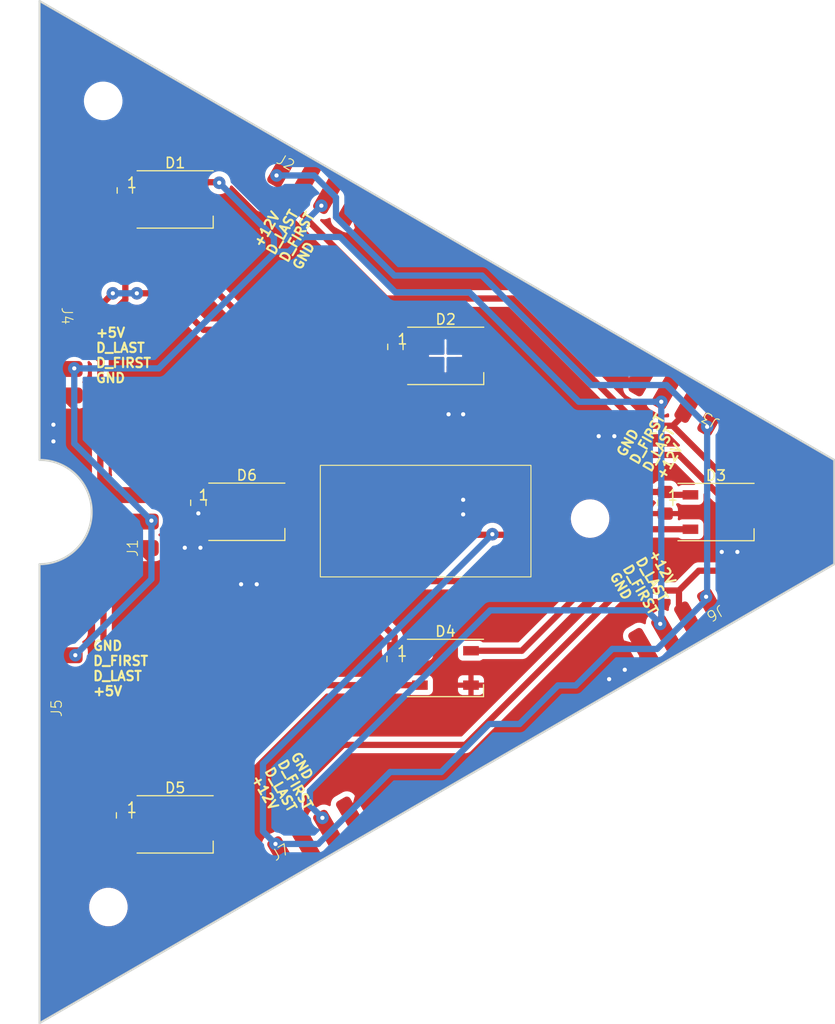
<source format=kicad_pcb>
(kicad_pcb (version 20221018) (generator pcbnew)
  (layers (0 "F.Cu" signal) (31 "B.Cu" signal) (34 "B.Paste" user) (35 "F.Paste" user) (36 "B.SilkS" user "B.Silkscreen") (37 "F.SilkS" user "F.Silkscreen") (38 "B.Mask" user) (39 "F.Mask" user) (44 "Edge.Cuts" user))
  (net 0 "")
  (net 1 "+5V")
  (net 2 "GND")
  (net 3 "+12V")
  (net 5 "/D_12")
  (net 6 "/D_FIRST")
  (net 7 "/D_23")
  (net 8 "/D_34")
  (net 9 "/D_45")
  (net 10 "/D_LAST")
  (net 11 "/D_56")
  (footprint "--local:4_pin_solder_pad" (layer "F.Cu") (at 71.4 98.83 90)
    (fp_text reference "J1" (at 0 -0.5 90 unlocked) (layer "F.SilkS") (effects (font (thickness 0.1))))
    (fp_text value "Conn_EXT")
    (pad "1" smd roundrect (at 0 0 180) (size 4 1.524) (layers "F.Cu" "F.Paste" "F.Mask") (net 2 "GND"))
    (pad "2" smd roundrect (at 2.54 0 180) (size 4 1.524) (layers "F.Cu" "F.Paste" "F.Mask") (net 6 "/D_FIRST"))
    (pad "3" smd roundrect (at 5.08 0 180) (size 4 1.524) (layers "F.Cu" "F.Paste" "F.Mask") (net 10 "/D_LAST"))
    (pad "4" smd roundrect (at 7.62 0 180) (size 4 1.524) (layers "F.Cu" "F.Paste" "F.Mask") (net 3 "+12V"))
  )
  (footprint "--local:5v buck" (layer "F.Cu") (at 109.1 90.895 -90)
    (fp_text reference "Buck1")
    (fp_text value "~" hide)
    (fp_rect (start 0 0) (end 10.7 20.2) (stroke (width 0.1)) (fill none) (layer "F.SilkS"))
    (pad "1" smd roundrect (at 1.58 1.1) (size 2.286 1.524) (layers "F.Cu" "F.Paste" "F.Mask") (net 1 "+5V"))
    (pad "2" smd roundrect (at 4.12 1.1) (size 2.286 1.524) (layers "F.Cu" "F.Paste" "F.Mask") (net 2 "GND"))
    (pad "3" smd roundrect (at 6.66 1.1) (size 2.286 1.524) (layers "F.Cu" "F.Paste" "F.Mask") (net 3 "+12V"))
    (pad "4" smd roundrect (at 9.2 1.1) (size 2.286 1.524) (layers "F.Cu" "F.Paste" "F.Mask"))
  )
  (footprint "MountingHole:MountingHole_3.2mm_M3" (layer "F.Cu") (at 114.775 96)
    (fp_text reference "H2")
    (fp_text value "MountingHole")
    (pad "" np_thru_hole circle (at 0 0) (size 3.2 3.2) (drill 3.2) (layers "*.Cu" "*.Mask"))
  )
  (footprint "--local:4_pin_solder_pad" (layer "F.Cu") (at 85.325591 62.285 -30)
    (fp_text reference "J2" (at 0 -0.5 -30 unlocked) (layer "F.SilkS") (effects (font (thickness 0.1))))
    (fp_text value "Conn_E1_M")
    (pad "1" smd roundrect (at 0 0 60) (size 4 1.524) (layers "F.Cu" "F.Paste" "F.Mask") (net 3 "+12V"))
    (pad "2" smd roundrect (at 2.54 0 60) (size 4 1.524) (layers "F.Cu" "F.Paste" "F.Mask") (net 10 "/D_LAST"))
    (pad "3" smd roundrect (at 5.08 0 60) (size 4 1.524) (layers "F.Cu" "F.Paste" "F.Mask") (net 6 "/D_FIRST"))
    (pad "4" smd roundrect (at 7.62 0 60) (size 4 1.524) (layers "F.Cu" "F.Paste" "F.Mask") (net 2 "GND"))
  )
  (footprint "MountingHole:MountingHole_3.2mm_M3" (layer "F.Cu") (at 68.075 55.95)
    (fp_text reference "H1")
    (fp_text value "MountingHole")
    (pad "" np_thru_hole circle (at 0 0) (size 3.2 3.2) (drill 3.2) (layers "*.Cu" "*.Mask"))
  )
  (footprint "Capacitor_SMD:C_0805_2012Metric_Pad1.18x1.45mm_HandSolder" (layer "F.Cu") (at 121.975 94.4875 -90)
    (fp_text reference "C3")
    (fp_text value "100n")
    (fp_line (start -0.261252 -0.735) (end 0.261252 -0.735) (stroke (width 0.12)) (layer "F.SilkS"))
    (fp_line (start -0.261252 0.735) (end 0.261252 0.735) (stroke (width 0.12)) (layer "F.SilkS"))
    (pad "1" smd roundrect (at -1.0375 0 270) (size 1.175 1.45) (layers "F.Cu" "F.Paste" "F.Mask") (roundrect_rratio 0.212766) (net 1 "+5V"))
    (pad "2" smd roundrect (at 1.0375 0 270) (size 1.175 1.45) (layers "F.Cu" "F.Paste" "F.Mask") (roundrect_rratio 0.212766) (net 2 "GND"))
  )
  (footprint "LED_SMD:LED_WS2812B_PLCC4_5.0x5.0mm_P3.2mm" (layer "F.Cu") (at 100.9 110.325)
    (fp_text reference "D4" (at 0 -3.5) (layer "F.SilkS"))
    (fp_text value "WS2812B")
    (fp_text user "1" (at -4.15 -1.6) (layer "F.SilkS"))
    (fp_line (start -3.65 -2.75) (end 3.65 -2.75) (stroke (width 0.12)) (layer "F.SilkS"))
    (fp_line (start -3.65 2.75) (end 3.65 2.75) (stroke (width 0.12)) (layer "F.SilkS"))
    (fp_line (start 3.65 2.75) (end 3.65 1.6) (stroke (width 0.12)) (layer "F.SilkS"))
    (pad "1" smd rect (at -2.45 -1.65) (size 1.5 0.9) (layers "F.Cu" "F.Paste" "F.Mask") (net 1 "+5V"))
    (pad "2" smd rect (at -2.45 1.65) (size 1.5 0.9) (layers "F.Cu" "F.Paste" "F.Mask") (net 9 "/D_45"))
    (pad "3" smd rect (at 2.45 1.65) (size 1.5 0.9) (layers "F.Cu" "F.Paste" "F.Mask") (net 2 "GND"))
    (pad "4" smd rect (at 2.45 -1.65) (size 1.5 0.9) (layers "F.Cu" "F.Paste" "F.Mask") (net 8 "/D_34"))
  )
  (footprint "LED_SMD:LED_WS2812B_PLCC4_5.0x5.0mm_P3.2mm" (layer "F.Cu") (at 126.85 95.375)
    (fp_text reference "D3" (at 0 -3.5) (layer "F.SilkS"))
    (fp_text value "WS2812B")
    (fp_text user "1" (at -4.15 -1.6) (layer "F.SilkS"))
    (fp_line (start -3.65 -2.75) (end 3.65 -2.75) (stroke (width 0.12)) (layer "F.SilkS"))
    (fp_line (start -3.65 2.75) (end 3.65 2.75) (stroke (width 0.12)) (layer "F.SilkS"))
    (fp_line (start 3.65 2.75) (end 3.65 1.6) (stroke (width 0.12)) (layer "F.SilkS"))
    (pad "1" smd rect (at -2.45 -1.65) (size 1.5 0.9) (layers "F.Cu" "F.Paste" "F.Mask") (net 1 "+5V"))
    (pad "2" smd rect (at -2.45 1.65) (size 1.5 0.9) (layers "F.Cu" "F.Paste" "F.Mask") (net 8 "/D_34"))
    (pad "3" smd rect (at 2.45 1.65) (size 1.5 0.9) (layers "F.Cu" "F.Paste" "F.Mask") (net 2 "GND"))
    (pad "4" smd rect (at 2.45 -1.65) (size 1.5 0.9) (layers "F.Cu" "F.Paste" "F.Mask") (net 7 "/D_23"))
  )
  (footprint "--local:4_pin_solder_pad" (layer "F.Cu") (at 126.574705 86.12 150)
    (fp_text reference "J3" (at 0 -0.5 150 unlocked) (layer "F.SilkS") (effects (font (thickness 0.1))))
    (fp_text value "Conn_E1_F")
    (pad "1" smd roundrect (at 0 0 240) (size 4 1.524) (layers "F.Cu" "F.Paste" "F.Mask") (net 3 "+12V"))
    (pad "2" smd roundrect (at 2.54 0 240) (size 4 1.524) (layers "F.Cu" "F.Paste" "F.Mask") (net 10 "/D_LAST"))
    (pad "3" smd roundrect (at 5.08 0 240) (size 4 1.524) (layers "F.Cu" "F.Paste" "F.Mask") (net 6 "/D_FIRST"))
    (pad "4" smd roundrect (at 7.62 0 240) (size 4 1.524) (layers "F.Cu" "F.Paste" "F.Mask") (net 2 "GND"))
  )
  (footprint "LED_SMD:LED_WS2812B_PLCC4_5.0x5.0mm_P3.2mm" (layer "F.Cu") (at 100.925 80.4)
    (fp_text reference "D2" (at 0 -3.5) (layer "F.SilkS"))
    (fp_text value "WS2812B")
    (fp_text user "1" (at -4.15 -1.6) (layer "F.SilkS"))
    (fp_line (start -3.65 -2.75) (end 3.65 -2.75) (stroke (width 0.12)) (layer "F.SilkS"))
    (fp_line (start -3.65 2.75) (end 3.65 2.75) (stroke (width 0.12)) (layer "F.SilkS"))
    (fp_line (start 3.65 2.75) (end 3.65 1.6) (stroke (width 0.12)) (layer "F.SilkS"))
    (pad "1" smd rect (at -2.45 -1.65) (size 1.5 0.9) (layers "F.Cu" "F.Paste" "F.Mask") (net 1 "+5V"))
    (pad "2" smd rect (at -2.45 1.65) (size 1.5 0.9) (layers "F.Cu" "F.Paste" "F.Mask") (net 7 "/D_23"))
    (pad "3" smd rect (at 2.45 1.65) (size 1.5 0.9) (layers "F.Cu" "F.Paste" "F.Mask") (net 2 "GND"))
    (pad "4" smd rect (at 2.45 -1.65) (size 1.5 0.9) (layers "F.Cu" "F.Paste" "F.Mask") (net 5 "/D_12"))
  )
  (footprint "LED_SMD:LED_WS2812B_PLCC4_5.0x5.0mm_P3.2mm" (layer "F.Cu") (at 74.975 65.4)
    (fp_text reference "D1" (at 0 -3.5) (layer "F.SilkS"))
    (fp_text value "WS2812B")
    (fp_text user "1" (at -4.15 -1.6) (layer "F.SilkS"))
    (fp_line (start -3.65 -2.75) (end 3.65 -2.75) (stroke (width 0.12)) (layer "F.SilkS"))
    (fp_line (start -3.65 2.75) (end 3.65 2.75) (stroke (width 0.12)) (layer "F.SilkS"))
    (fp_line (start 3.65 2.75) (end 3.65 1.6) (stroke (width 0.12)) (layer "F.SilkS"))
    (pad "1" smd rect (at -2.45 -1.65) (size 1.5 0.9) (layers "F.Cu" "F.Paste" "F.Mask") (net 1 "+5V"))
    (pad "2" smd rect (at -2.45 1.65) (size 1.5 0.9) (layers "F.Cu" "F.Paste" "F.Mask") (net 5 "/D_12"))
    (pad "3" smd rect (at 2.45 1.65) (size 1.5 0.9) (layers "F.Cu" "F.Paste" "F.Mask") (net 2 "GND"))
    (pad "4" smd rect (at 2.45 -1.65) (size 1.5 0.9) (layers "F.Cu" "F.Paste" "F.Mask") (net 6 "/D_FIRST"))
  )
  (footprint "--local:4_pin_solder_pad" (layer "F.Cu") (at 64.1 114.19 90)
    (fp_text reference "J5" (at 0 -0.5 90 unlocked) (layer "F.SilkS") (effects (font (thickness 0.1))))
    (fp_text value "Conn_OTH_F")
    (pad "1" smd roundrect (at 0 0 180) (size 4 1.524) (layers "F.Cu" "F.Paste" "F.Mask") (net 1 "+5V"))
    (pad "2" smd roundrect (at 2.54 0 180) (size 4 1.524) (layers "F.Cu" "F.Paste" "F.Mask") (net 10 "/D_LAST"))
    (pad "3" smd roundrect (at 5.08 0 180) (size 4 1.524) (layers "F.Cu" "F.Paste" "F.Mask") (net 6 "/D_FIRST"))
    (pad "4" smd roundrect (at 7.62 0 180) (size 4 1.524) (layers "F.Cu" "F.Paste" "F.Mask") (net 2 "GND"))
  )
  (footprint "--local:4_pin_solder_pad" (layer "F.Cu") (at 126.55 104.65 -150)
    (fp_text reference "J6" (at 0 -0.5 -150 unlocked) (layer "F.SilkS") (effects (font (thickness 0.1))))
    (fp_text value "Conn_E2_F")
    (pad "1" smd roundrect (at 0 0 300) (size 4 1.524) (layers "F.Cu" "F.Paste" "F.Mask") (net 3 "+12V"))
    (pad "2" smd roundrect (at 2.54 0 300) (size 4 1.524) (layers "F.Cu" "F.Paste" "F.Mask") (net 10 "/D_LAST"))
    (pad "3" smd roundrect (at 5.08 0 300) (size 4 1.524) (layers "F.Cu" "F.Paste" "F.Mask") (net 6 "/D_FIRST"))
    (pad "4" smd roundrect (at 7.62 0 300) (size 4 1.524) (layers "F.Cu" "F.Paste" "F.Mask") (net 2 "GND"))
  )
  (footprint "--local:4_pin_solder_pad" (layer "F.Cu") (at 64.1 76.575 -90)
    (fp_text reference "J4" (at 0 -0.5 -90 unlocked) (layer "F.SilkS") (effects (font (thickness 0.1))))
    (fp_text value "Conn_OTH_M")
    (pad "1" smd roundrect (at 0 0) (size 4 1.524) (layers "F.Cu" "F.Paste" "F.Mask") (net 1 "+5V"))
    (pad "2" smd roundrect (at 2.54 0) (size 4 1.524) (layers "F.Cu" "F.Paste" "F.Mask") (net 10 "/D_LAST"))
    (pad "3" smd roundrect (at 5.08 0) (size 4 1.524) (layers "F.Cu" "F.Paste" "F.Mask") (net 6 "/D_FIRST"))
    (pad "4" smd roundrect (at 7.62 0) (size 4 1.524) (layers "F.Cu" "F.Paste" "F.Mask") (net 2 "GND"))
  )
  (footprint "LED_SMD:LED_WS2812B_PLCC4_5.0x5.0mm_P3.2mm" (layer "F.Cu") (at 74.975 125.325)
    (fp_text reference "D5" (at 0 -3.5) (layer "F.SilkS"))
    (fp_text value "WS2812B")
    (fp_text user "1" (at -4.15 -1.6) (layer "F.SilkS"))
    (fp_line (start -3.65 -2.75) (end 3.65 -2.75) (stroke (width 0.12)) (layer "F.SilkS"))
    (fp_line (start -3.65 2.75) (end 3.65 2.75) (stroke (width 0.12)) (layer "F.SilkS"))
    (fp_line (start 3.65 2.75) (end 3.65 1.6) (stroke (width 0.12)) (layer "F.SilkS"))
    (pad "1" smd rect (at -2.45 -1.65) (size 1.5 0.9) (layers "F.Cu" "F.Paste" "F.Mask") (net 1 "+5V"))
    (pad "2" smd rect (at -2.45 1.65) (size 1.5 0.9) (layers "F.Cu" "F.Paste" "F.Mask") (net 11 "/D_56"))
    (pad "3" smd rect (at 2.45 1.65) (size 1.5 0.9) (layers "F.Cu" "F.Paste" "F.Mask") (net 2 "GND"))
    (pad "4" smd rect (at 2.45 -1.65) (size 1.5 0.9) (layers "F.Cu" "F.Paste" "F.Mask") (net 9 "/D_45"))
  )
  (footprint "--local:4_pin_solder_pad" (layer "F.Cu") (at 85.325591 128.44 30)
    (fp_text reference "J7" (at 0 -0.5 30 unlocked) (layer "F.SilkS") (effects (font (thickness 0.1))))
    (fp_text value "Conn_E2_M")
    (pad "1" smd roundrect (at 0 0 120) (size 4 1.524) (layers "F.Cu" "F.Paste" "F.Mask") (net 3 "+12V"))
    (pad "2" smd roundrect (at 2.54 0 120) (size 4 1.524) (layers "F.Cu" "F.Paste" "F.Mask") (net 10 "/D_LAST"))
    (pad "3" smd roundrect (at 5.08 0 120) (size 4 1.524) (layers "F.Cu" "F.Paste" "F.Mask") (net 6 "/D_FIRST"))
    (pad "4" smd roundrect (at 7.62 0 120) (size 4 1.524) (layers "F.Cu" "F.Paste" "F.Mask") (net 2 "GND"))
  )
  (footprint "Capacitor_SMD:C_0805_2012Metric_Pad1.18x1.45mm_HandSolder" (layer "F.Cu") (at 96.025 109.4625 -90)
    (fp_text reference "C4")
    (fp_text value "100n")
    (fp_line (start -0.261252 -0.735) (end 0.261252 -0.735) (stroke (width 0.12)) (layer "F.SilkS"))
    (fp_line (start -0.261252 0.735) (end 0.261252 0.735) (stroke (width 0.12)) (layer "F.SilkS"))
    (pad "1" smd roundrect (at -1.0375 0 270) (size 1.175 1.45) (layers "F.Cu" "F.Paste" "F.Mask") (roundrect_rratio 0.212766) (net 1 "+5V"))
    (pad "2" smd roundrect (at 1.0375 0 270) (size 1.175 1.45) (layers "F.Cu" "F.Paste" "F.Mask") (roundrect_rratio 0.212766) (net 2 "GND"))
  )
  (footprint "Capacitor_SMD:C_0805_2012Metric_Pad1.18x1.45mm_HandSolder" (layer "F.Cu") (at 70.15 64.5375 -90)
    (fp_text reference "C1")
    (fp_text value "100n")
    (fp_line (start -0.261252 -0.735) (end 0.261252 -0.735) (stroke (width 0.12)) (layer "F.SilkS"))
    (fp_line (start -0.261252 0.735) (end 0.261252 0.735) (stroke (width 0.12)) (layer "F.SilkS"))
    (pad "1" smd roundrect (at -1.0375 0 270) (size 1.175 1.45) (layers "F.Cu" "F.Paste" "F.Mask") (roundrect_rratio 0.212766) (net 1 "+5V"))
    (pad "2" smd roundrect (at 1.0375 0 270) (size 1.175 1.45) (layers "F.Cu" "F.Paste" "F.Mask") (roundrect_rratio 0.212766) (net 2 "GND"))
  )
  (footprint "LED_SMD:LED_WS2812B_PLCC4_5.0x5.0mm_P3.2mm" (layer "F.Cu") (at 81.85 95.35)
    (fp_text reference "D6" (at 0 -3.5) (layer "F.SilkS"))
    (fp_text value "WS2812B")
    (fp_text user "1" (at -4.15 -1.6) (layer "F.SilkS"))
    (fp_line (start -3.65 -2.75) (end 3.65 -2.75) (stroke (width 0.12)) (layer "F.SilkS"))
    (fp_line (start -3.65 2.75) (end 3.65 2.75) (stroke (width 0.12)) (layer "F.SilkS"))
    (fp_line (start 3.65 2.75) (end 3.65 1.6) (stroke (width 0.12)) (layer "F.SilkS"))
    (pad "1" smd rect (at -2.45 -1.65) (size 1.5 0.9) (layers "F.Cu" "F.Paste" "F.Mask") (net 1 "+5V"))
    (pad "2" smd rect (at -2.45 1.65) (size 1.5 0.9) (layers "F.Cu" "F.Paste" "F.Mask") (net 10 "/D_LAST"))
    (pad "3" smd rect (at 2.45 1.65) (size 1.5 0.9) (layers "F.Cu" "F.Paste" "F.Mask") (net 2 "GND"))
    (pad "4" smd rect (at 2.45 -1.65) (size 1.5 0.9) (layers "F.Cu" "F.Paste" "F.Mask") (net 11 "/D_56"))
  )
  (footprint "MountingHole:MountingHole_3.2mm_M3" (layer "F.Cu") (at 68.575 133.25)
    (fp_text reference "H3")
    (fp_text value "MountingHole")
    (pad "" np_thru_hole circle (at 0 0) (size 3.2 3.2) (drill 3.2) (layers "*.Cu" "*.Mask"))
  )
  (footprint "Capacitor_SMD:C_0805_2012Metric_Pad1.18x1.45mm_HandSolder" (layer "F.Cu") (at 70.075 124.4625 -90)
    (fp_text reference "C5")
    (fp_text value "100n")
    (fp_line (start -0.261252 -0.735) (end 0.261252 -0.735) (stroke (width 0.12)) (layer "F.SilkS"))
    (fp_line (start -0.261252 0.735) (end 0.261252 0.735) (stroke (width 0.12)) (layer "F.SilkS"))
    (pad "1" smd roundrect (at -1.0375 0 270) (size 1.175 1.45) (layers "F.Cu" "F.Paste" "F.Mask") (roundrect_rratio 0.212766) (net 1 "+5V"))
    (pad "2" smd roundrect (at 1.0375 0 270) (size 1.175 1.45) (layers "F.Cu" "F.Paste" "F.Mask") (roundrect_rratio 0.212766) (net 2 "GND"))
  )
  (footprint "Capacitor_SMD:C_0805_2012Metric_Pad1.18x1.45mm_HandSolder" (layer "F.Cu") (at 96.1 79.5375 -90)
    (fp_text reference "C2")
    (fp_text value "100n")
    (fp_line (start -0.261252 -0.735) (end 0.261252 -0.735) (stroke (width 0.12)) (layer "F.SilkS"))
    (fp_line (start -0.261252 0.735) (end 0.261252 0.735) (stroke (width 0.12)) (layer "F.SilkS"))
    (pad "1" smd roundrect (at -1.0375 0 270) (size 1.175 1.45) (layers "F.Cu" "F.Paste" "F.Mask") (roundrect_rratio 0.212766) (net 1 "+5V"))
    (pad "2" smd roundrect (at 1.0375 0 270) (size 1.175 1.45) (layers "F.Cu" "F.Paste" "F.Mask") (roundrect_rratio 0.212766) (net 2 "GND"))
  )
  (footprint "Capacitor_SMD:C_0805_2012Metric_Pad1.18x1.45mm_HandSolder" (layer "F.Cu") (at 77.2 94.4875 -90)
    (fp_text reference "C6")
    (fp_text value "100n")
    (fp_line (start -0.261252 -0.735) (end 0.261252 -0.735) (stroke (width 0.12)) (layer "F.SilkS"))
    (fp_line (start -0.261252 0.735) (end 0.261252 0.735) (stroke (width 0.12)) (layer "F.SilkS"))
    (pad "1" smd roundrect (at -1.0375 0 270) (size 1.175 1.45) (layers "F.Cu" "F.Paste" "F.Mask") (roundrect_rratio 0.212766) (net 1 "+5V"))
    (pad "2" smd roundrect (at 1.0375 0 270) (size 1.175 1.45) (layers "F.Cu" "F.Paste" "F.Mask") (roundrect_rratio 0.212766) (net 2 "GND"))
  )
  (gr_line (start 61.975 144.375) (end 138.185236 100.375) (stroke (width 0.2)) (layer "Edge.Cuts"))
  (gr_arc (start 61.975 90.375) (mid 66.975 95.375) (end 61.975 100.375) (stroke (width 0.2)) (layer "Edge.Cuts"))
  (gr_line (start 138.185236 90.375) (end 61.975 46.375) (stroke (width 0.2)) (layer "Edge.Cuts"))
  (gr_line (start 138.185236 100.375) (end 138.185236 90.375) (stroke (width 0.2)) (layer "Edge.Cuts"))
  (gr_line (start 61.975 46.375) (end 61.975 90.375) (stroke (width 0.2)) (layer "Edge.Cuts"))
  (gr_line (start 61.975 100.375) (end 61.975 144.375) (stroke (width 0.2)) (layer "Edge.Cuts"))
  (gr_text "GND\nD_FIRST\nD_LAST\n+12V" (at 84.5 119.5 300) (layer "F.SilkS") (effects (font (size 0.9 0.9) (thickness 0.2) bold) (justify left)))
  (gr_text "+12V\nD_LAST\nD_FIRST\nGND" (at 84.675 71.025 60) (layer "F.SilkS") (effects (font (size 0.9 0.9) (thickness 0.2) bold) (justify left)))
  (gr_text "+12V\nD_LAST\nD_FIRST\nGND" (at 118.85 100.075 300) (layer "F.SilkS") (effects (font (size 0.9 0.9) (thickness 0.2) bold) (justify left)))
  (gr_text "GND\nD_FIRST\nD_LAST\n+5V" (at 67 110.375) (layer "F.SilkS") (effects (font (size 0.9 0.9) (thickness 0.2) bold) (justify left)))
  (gr_text "+5V\nD_LAST\nD_FIRST\nGND" (at 67.275 80.35) (layer "F.SilkS") (effects (font (size 0.9 0.9) (thickness 0.2) bold) (justify left)))
  (gr_text "GND\nD_FIRST\nD_LAST\n+12V" (at 119.525 91.125 60) (layer "F.SilkS") (effects (font (size 0.9 0.9) (thickness 0.2) bold) (justify left)))
  (segment (start 110.3 101.1) (end 110.3 94.2) (width 0.6) (layer "F.Cu") (net 1))
  (segment (start 68.6 64.3) (end 69.4 63.5) (width 0.6) (layer "F.Cu") (net 1))
  (segment (start 74.2 74.4) (end 73.5 74.4) (width 0.6) (layer "F.Cu") (net 1))
  (segment (start 92.9 77.9) (end 77.7 77.9) (width 0.6) (layer "F.Cu") (net 1))
  (segment (start 94.2 82) (end 94.2 79.2) (width 0.6) (layer "F.Cu") (net 1))
  (segment (start 66.825 76.575) (end 69 74.4) (width 0.6) (layer "F.Cu") (net 1))
  (segment (start 109.4 102) (end 110.3 101.1) (width 0.6) (layer "F.Cu") (net 1))
  (segment (start 96.1 78.5) (end 98.225 78.5) (width 0.6) (layer "F.Cu") (net 1))
  (segment (start 74.2 74.4) (end 74.2 72.9) (width 0.6) (layer "F.Cu") (net 1))
  (segment (start 81.2 95.5) (end 82.3 94.4) (width 0.6) (layer "F.Cu") (net 1))
  (segment (start 82.3 94.4) (end 82.3 93.3) (width 0.6) (layer "F.Cu") (net 1))
  (segment (start 72.275 123.425) (end 72.525 123.675) (width 0.6) (layer "F.Cu") (net 1))
  (segment (start 95.2 102) (end 98 102) (width 0.6) (layer "F.Cu") (net 1))
  (segment (start 81.2 98.6) (end 81.2 95.5) (width 0.6) (layer "F.Cu") (net 1))
  (segment (start 122.25 93.725) (end 121.975 93.45) (width 0.6) (layer "F.Cu") (net 1))
  (segment (start 71.3 74.4) (end 73.5 74.4) (width 0.6) (layer "F.Cu") (net 1))
  (segment (start 70.075 123.425) (end 72.275 123.425) (width 0.6) (layer "F.Cu") (net 1))
  (segment (start 77.7 77.9) (end 74.2 74.4) (width 0.6) (layer "F.Cu") (net 1))
  (segment (start 121.975 93.45) (end 118.85 93.45) (width 0.6) (layer "F.Cu") (net 1))
  (segment (start 67.09 114.19) (end 64.1 114.19) (width 0.6) (layer "F.Cu") (net 1))
  (segment (start 96.275 108.675) (end 96.025 108.425) (width 0.6) (layer "F.Cu") (net 1))
  (segment (start 70.4 63.75) (end 70.15 63.5) (width 0.6) (layer "F.Cu") (net 1))
  (segment (start 104.675 92.475) (end 94.2 82) (width 0.6) (layer "F.Cu") (net 1))
  (segment (start 79.4 93.7) (end 77.45 93.7) (width 0.6) (layer "F.Cu") (net 1))
  (segment (start 98 102) (end 109.4 102) (width 0.6) (layer "F.Cu") (net 1))
  (segment (start 94.2 79.2) (end 92.9 77.9) (width 0.6) (layer "F.Cu") (net 1))
  (segment (start 118.85 93.45) (end 117.6 92.2) (width 0.6) (layer "F.Cu") (net 1))
  (segment (start 98.45 108.675) (end 96.275 108.675) (width 0.6) (layer "F.Cu") (net 1))
  (segment (start 77.45 93.7) (end 77.2 93.45) (width 0.6) (layer "F.Cu") (net 1))
  (segment (start 69.4 63.5) (end 70.15 63.5) (width 0.6) (layer "F.Cu") (net 1))
  (segment (start 94.4 105.7) (end 94.4 102.8) (width 0.6) (layer "F.Cu") (net 1))
  (segment (start 124.4 93.725) (end 122.25 93.725) (width 0.6) (layer "F.Cu") (net 1))
  (segment (start 94.4 102.8) (end 95.2 102) (width 0.6) (layer "F.Cu") (net 1))
  (segment (start 108 92.475) (end 104.675 92.475) (width 0.6) (layer "F.Cu") (net 1))
  (segment (start 96.025 107.325) (end 94.4 105.7) (width 0.6) (layer "F.Cu") (net 1))
  (segment (start 94.9 78.5) (end 96.1 78.5) (width 0.6) (layer "F.Cu") (net 1))
  (segment (start 110.3 94.2) (end 108.575 92.475) (width 0.6) (layer "F.Cu") (net 1))
  (segment (start 68.6 67.3) (end 68.6 64.3) (width 0.6) (layer "F.Cu") (net 1))
  (segment (start 64.1 76.575) (end 66.825 76.575) (width 0.6) (layer "F.Cu") (net 1))
  (segment (start 67.09 114.19) (end 67.09 112.71) (width 0.6) (layer "F.Cu") (net 1))
  (segment (start 70.075 117.175) (end 67.09 114.19) (width 0.6) (layer "F.Cu") (net 1))
  (segment (start 112.3 92.2) (end 110.3 94.2) (width 0.6) (layer "F.Cu") (net 1))
  (segment (start 72.525 63.75) (end 70.4 63.75) (width 0.6) (layer "F.Cu") (net 1))
  (segment (start 108.575 92.475) (end 108 92.475) (width 0.6) (layer "F.Cu") (net 1))
  (segment (start 83.3 92.3) (end 85.5 92.3) (width 0.6) (layer "F.Cu") (net 1))
  (segment (start 74.2 72.9) (end 68.6 67.3) (width 0.6) (layer "F.Cu") (net 1))
  (segment (start 98.225 78.5) (end 98.475 78.75) (width 0.6) (layer "F.Cu") (net 1))
  (segment (start 67.09 112.71) (end 81.2 98.6) (width 0.6) (layer "F.Cu") (net 1))
  (segment (start 96.025 108.425) (end 96.025 107.325) (width 0.6) (layer "F.Cu") (net 1))
  (segment (start 117.6 92.2) (end 112.3 92.2) (width 0.6) (layer "F.Cu") (net 1))
  (segment (start 82.3 93.3) (end 83.3 92.3) (width 0.6) (layer "F.Cu") (net 1))
  (segment (start 70.075 123.425) (end 70.075 117.175) (width 0.6) (layer "F.Cu") (net 1))
  (segment (start 81.2 95.5) (end 79.4 93.7) (width 0.6) (layer "F.Cu") (net 1))
  (segment (start 94.2 79.2) (end 94.9 78.5) (width 0.6) (layer "F.Cu") (net 1))
  (segment (start 85.5 92.3) (end 95.2 102) (width 0.6) (layer "F.Cu") (net 1))
  (via (at 69 74.4) (size 1.2) (drill 0.4) (layers "F.Cu" "B.Cu") (net 1))
  (via (at 71.3 74.4) (size 1.2) (drill 0.4) (layers "F.Cu" "B.Cu") (net 1))
  (segment (start 69 74.4) (end 71.3 74.4) (width 0.6) (layer "B.Cu") (net 1))
  (via (at 116.6 111.4) (size 1.2) (drill 0.4) (layers "F.Cu" "B.Cu") (net 2))
  (via (at 81.3 102.3) (size 1.2) (drill 0.4) (layers "F.Cu" "B.Cu") (net 2))
  (via (at 127.4 99.2) (size 1.2) (drill 0.4) (layers "F.Cu" "B.Cu") (net 2))
  (via (at 63.3 87) (size 1.2) (drill 0.4) (layers "F.Cu" "B.Cu") (net 2))
  (via (at 128.9 99.2) (size 1.2) (drill 0.4) (layers "F.Cu" "B.Cu") (net 2))
  (via (at 82.8 102.3) (size 1.2) (drill 0.4) (layers "F.Cu" "B.Cu") (net 2))
  (via (at 77.4 98.8) (size 1.2) (drill 0.4) (layers "F.Cu" "B.Cu") (net 2))
  (via (at 101.2 86) (size 1.2) (drill 0.4) (layers "F.Cu" "B.Cu") (net 2))
  (via (at 102.6 95.6) (size 1.2) (drill 0.4) (layers "F.Cu" "B.Cu") (net 2))
  (via (at 75.9 98.8) (size 1.2) (drill 0.4) (layers "F.Cu" "B.Cu") (net 2))
  (via (at 115.6 88.1) (size 1.2) (drill 0.4) (layers "F.Cu" "B.Cu") (net 2))
  (via (at 77.2 95.5) (size 1.2) (drill 0.4) (layers "F.Cu" "B.Cu") (net 2))
  (via (at 102.6 86) (size 1.2) (drill 0.4) (layers "F.Cu" "B.Cu") (net 2))
  (via (at 63.3 88.6) (size 1.2) (drill 0.4) (layers "F.Cu" "B.Cu") (net 2))
  (via (at 118.1 110.5) (size 1.2) (drill 0.4) (layers "F.Cu" "B.Cu") (net 2))
  (via (at 102.6 94.2) (size 1.2) (drill 0.4) (layers "F.Cu" "B.Cu") (net 2))
  (via (at 117.1 88.1) (size 1.2) (drill 0.4) (layers "F.Cu" "B.Cu") (net 2))
  (segment (start 92.755 97.555) (end 105.345 97.555) (width 0.6) (layer "F.Cu") (net 3))
  (segment (start 105.455 97.555) (end 108 97.555) (width 0.6) (layer "F.Cu") (net 3))
  (segment (start 105.345 97.555) (end 105.4 97.5) (width 0.6) (layer "F.Cu") (net 3))
  (segment (start 71.4 91.21) (end 71.51 91.1) (width 0.6) (layer "F.Cu") (net 3))
  (segment (start 86.3 91.1) (end 92.755 97.555) (width 0.6) (layer "F.Cu") (net 3))
  (segment (start 71.51 91.1) (end 86.3 91.1) (width 0.6) (layer "F.Cu") (net 3))
  (segment (start 105.4 97.5) (end 105.455 97.555) (width 0.6) (layer "F.Cu") (net 3))
  (via (at 105.4 97.5) (size 1.2) (drill 0.4) (layers "F.Cu" "B.Cu") (net 3))
  (via (at 84.7 63.1) (size 1.2) (drill 0.4) (layers "F.Cu" "B.Cu") (net 3))
  (via (at 84.6 127.2) (size 1.2) (drill 0.4) (layers "F.Cu" "B.Cu") (net 3))
  (via (at 126 87.2) (size 1.2) (drill 0.4) (layers "F.Cu" "B.Cu") (net 3))
  (via (at 125.9 103.5) (size 1.2) (drill 0.4) (layers "F.Cu" "B.Cu") (net 3))
  (segment (start 111.7 112) (end 113.4 112) (width 0.6) (layer "B.Cu") (net 3))
  (segment (start 121.2 108.5) (end 125.9 103.8) (width 0.6) (layer "B.Cu") (net 3))
  (segment (start 100.5 120.3) (end 105.1 115.7) (width 0.6) (layer "B.Cu") (net 3))
  (segment (start 122.1 83.2) (end 114.9 83.2) (width 0.6) (layer "B.Cu") (net 3))
  (segment (start 95.6 120.3) (end 100.5 120.3) (width 0.6) (layer "B.Cu") (net 3))
  (segment (start 104.4 72.7) (end 96 72.7) (width 0.6) (layer "B.Cu") (net 3))
  (segment (start 96 72.7) (end 90.4 67.1) (width 0.6) (layer "B.Cu") (net 3))
  (segment (start 108 115.7) (end 111.7 112) (width 0.6) (layer "B.Cu") (net 3))
  (segment (start 126 87.1) (end 122.1 83.2) (width 0.6) (layer "B.Cu") (net 3))
  (segment (start 83.4 126) (end 84.6 127.2) (width 0.6) (layer "B.Cu") (net 3))
  (segment (start 113.4 112) (end 116.9 108.5) (width 0.6) (layer "B.Cu") (net 3))
  (segment (start 88.7 127.2) (end 95.6 120.3) (width 0.6) (layer "B.Cu") (net 3))
  (segment (start 90.4 65.2) (end 88.3 63.1) (width 0.6) (layer "B.Cu") (net 3))
  (segment (start 126 103.4) (end 126 87.2) (width 0.6) (layer "B.Cu") (net 3))
  (segment (start 116.9 108.5) (end 121.2 108.5) (width 0.6) (layer "B.Cu") (net 3))
  (segment (start 84.6 127.2) (end 88.7 127.2) (width 0.6) (layer "B.Cu") (net 3))
  (segment (start 105.4 97.5) (end 83.4 119.5) (width 0.6) (layer "B.Cu") (net 3))
  (segment (start 125.9 103.5) (end 126 103.4) (width 0.6) (layer "B.Cu") (net 3))
  (segment (start 105.1 115.7) (end 108 115.7) (width 0.6) (layer "B.Cu") (net 3))
  (segment (start 90.4 67.1) (end 90.4 65.2) (width 0.6) (layer "B.Cu") (net 3))
  (segment (start 114.9 83.2) (end 104.4 72.7) (width 0.6) (layer "B.Cu") (net 3))
  (segment (start 83.4 119.5) (end 83.4 126) (width 0.6) (layer "B.Cu") (net 3))
  (segment (start 88.3 63.1) (end 84.7 63.1) (width 0.6) (layer "B.Cu") (net 3))
  (segment (start 125.9 103.8) (end 125.9 103.5) (width 0.6) (layer "B.Cu") (net 3))
  (segment (start 126 87.2) (end 126 87.1) (width 0.6) (layer "B.Cu") (net 3))
  (segment (start 81.5 76.8) (end 99.4 76.8) (width 0.6) (layer "F.Cu") (net 5))
  (segment (start 72.525 67.825) (end 81.5 76.8) (width 0.6) (layer "F.Cu") (net 5))
  (segment (start 101.35 78.75) (end 103.375 78.75) (width 0.6) (layer "F.Cu") (net 5))
  (segment (start 99.4 76.8) (end 101.35 78.75) (width 0.6) (layer "F.Cu") (net 5))
  (segment (start 72.525 67.05) (end 72.525 67.825) (width 0.6) (layer "F.Cu") (net 5))
  (segment (start 77.425 63.75) (end 79.15 63.75) (width 0.6) (layer "F.Cu") (net 6))
  (segment (start 79.15 63.75) (end 79.2 63.8) (width 0.6) (layer "F.Cu") (net 6))
  (via (at 121.5 106.1) (size 1.2) (drill 0.4) (layers "F.Cu" "B.Cu") (net 6))
  (via (at 79.2 63.8) (size 1.2) (drill 0.4) (layers "F.Cu" "B.Cu") (net 6))
  (via (at 65.4 109.1) (size 1.2) (drill 0.4) (layers "F.Cu" "B.Cu") (net 6))
  (via (at 121.6 84.8) (size 1.2) (drill 0.4) (layers "F.Cu" "B.Cu") (net 6))
  (via (at 72.7 96.2) (size 1.2) (drill 0.4) (layers "F.Cu" "B.Cu") (net 6))
  (via (at 89.1 124.7) (size 1.2) (drill 0.4) (layers "F.Cu" "B.Cu") (net 6))
  (via (at 65.3 81.6) (size 1.2) (drill 0.4) (layers "F.Cu" "B.Cu") (net 6))
  (via (at 89 66) (size 1.2) (drill 0.4) (layers "F.Cu" "B.Cu") (net 6))
  (segment (start 73.4 81.6) (end 84.6 70.4) (width 0.6) (layer "B.Cu") (net 6))
  (segment (start 79.2 63.8) (end 84.45 69.05) (width 0.6) (layer "B.Cu") (net 6))
  (segment (start 84.6 70.4) (end 85.9 70.4) (width 0.6) (layer "B.Cu") (net 6))
  (segment (start 65.3 88.8) (end 72.7 96.2) (width 0.6) (layer "B.Cu") (net 6))
  (segment (start 87.9 122.1) (end 87.9 123.5) (width 0.6) (layer "B.Cu") (net 6))
  (segment (start 96.1 74.3) (end 103.2 74.3) (width 0.6) (layer "B.Cu") (net 6))
  (segment (start 121.6 106) (end 121.5 106.1) (width 0.6) (layer "B.Cu") (net 6))
  (segment (start 90.8 69) (end 96.1 74.3) (width 0.6) (layer "B.Cu") (net 6))
  (segment (start 72.7 101.8) (end 65.4 109.1) (width 0.6) (layer "B.Cu") (net 6))
  (segment (start 85.9 70.4) (end 87.3 69) (width 0.6) (layer "B.Cu") (net 6))
  (segment (start 87.3 67.7) (end 87.3 69) (width 0.6) (layer "B.Cu") (net 6))
  (segment (start 120.2 104.8) (end 105.2 104.8) (width 0.6) (layer "B.Cu") (net 6))
  (segment (start 105.2 104.8) (end 87.9 122.1) (width 0.6) (layer "B.Cu") (net 6))
  (segment (start 84.45 69.05) (end 84.45 70.55) (width 0.6) (layer "B.Cu") (net 6))
  (segment (start 103.2 74.3) (end 113.7 84.8) (width 0.6) (layer "B.Cu") (net 6))
  (segment (start 87.3 69) (end 90.8 69) (width 0.6) (layer "B.Cu") (net 6))
  (segment (start 121.5 84.9) (end 121.6 84.8) (width 0.6) (layer "B.Cu") (net 6))
  (segment (start 72.7 96.2) (end 72.7 101.8) (width 0.6) (layer "B.Cu") (net 6))
  (segment (start 87.9 123.5) (end 89.1 124.7) (width 0.6) (layer "B.Cu") (net 6))
  (segment (start 65.3 81.6) (end 73.4 81.6) (width 0.6) (layer "B.Cu") (net 6))
  (segment (start 121.5 106.1) (end 120.2 104.8) (width 0.6) (layer "B.Cu") (net 6))
  (segment (start 113.7 84.8) (end 121.6 84.8) (width 0.6) (layer "B.Cu") (net 6))
  (segment (start 121.6 84.8) (end 121.6 106) (width 0.6) (layer "B.Cu") (net 6))
  (segment (start 65.3 81.6) (end 65.3 88.8) (width 0.6) (layer "B.Cu") (net 6))
  (segment (start 89 66) (end 87.3 67.7) (width 0.6) (layer "B.Cu") (net 6))
  (segment (start 102 80.8) (end 104.8 80.8) (width 0.6) (layer "F.Cu") (net 7))
  (segment (start 127.125 93.725) (end 129.3 93.725) (width 0.6) (layer "F.Cu") (net 7))
  (segment (start 101.07112 82.298503) (end 101.305435 82.064188) (width 0.6) (layer "F.Cu") (net 7))
  (segment (start 123.3 89.9) (end 127.125 93.725) (width 0.6) (layer "F.Cu") (net 7))
  (segment (start 98.475 82.05) (end 99.255435 82.05) (width 0.6) (layer "F.Cu") (net 7))
  (segment (start 99.255435 82.05) (end 99.503938 82.298503) (width 0.6) (layer "F.Cu") (net 7))
  (segment (start 113.9 89.9) (end 123.3 89.9) (width 0.6) (layer "F.Cu") (net 7))
  (segment (start 101.305435 82.064188) (end 101.305435 81.494565) (width 0.6) (layer "F.Cu") (net 7))
  (segment (start 101.305435 81.494565) (end 102 80.8) (width 0.6) (layer "F.Cu") (net 7))
  (segment (start 104.8 80.8) (end 113.9 89.9) (width 0.6) (layer "F.Cu") (net 7))
  (segment (start 99.503938 82.298503) (end 101.07112 82.298503) (width 0.6) (layer "F.Cu") (net 7))
  (segment (start 119.875 97.025) (end 108.225 108.675) (width 0.6) (layer "F.Cu") (net 8))
  (segment (start 124.4 97.025) (end 119.875 97.025) (width 0.6) (layer "F.Cu") (net 8))
  (segment (start 108.225 108.675) (end 103.35 108.675) (width 0.6) (layer "F.Cu") (net 8))
  (segment (start 89.125 111.975) (end 77.425 123.675) (width 0.6) (layer "F.Cu") (net 9))
  (segment (start 98.45 111.975) (end 89.125 111.975) (width 0.6) (layer "F.Cu") (net 9))
  (segment (start 70.2 75.015) (end 70.2 70.6) (width 0.6) (layer "F.Cu") (net 10))
  (segment (start 124.375 85.425) (end 124.375 84.85) (width 0.6) (layer "F.Cu") (net 10))
  (segment (start 71.4 93.75) (end 69.4 93.75) (width 0.6) (layer "F.Cu") (net 10))
  (segment (start 66.1 79.115) (end 70.2 75.015) (width 0.6) (layer "F.Cu") (net 10))
  (segment (start 68.1 109.65) (end 66.1 111.65) (width 0.6) (layer "F.Cu") (net 10))
  (segment (start 125.2 101) (end 123.3 102.9) (width 0.6) (layer "F.Cu") (net 10))
  (segment (start 119.5 87.1) (end 122.7 87.1) (width 0.6) (layer "F.Cu") (net 10))
  (segment (start 67.5 67.9) (end 67.5 63.8) (width 0.6) (layer "F.Cu") (net 10))
  (segment (start 95.2 74.9) (end 107.3 74.9) (width 0.6) (layer "F.Cu") (net 10))
  (segment (start 86.5 122.3) (end 86.5 126.144704) (width 0.6) (layer "F.Cu") (net 10))
  (segment (start 86.1 65.8) (end 95.2 74.9) (width 0.6) (layer "F.Cu") (net 10))
  (segment (start 129.1 101) (end 125.2 101) (width 0.6) (layer "F.Cu") (net 10))
  (segment (start 131.5 98.6) (end 129.1 101) (width 0.6) (layer "F.Cu") (net 10))
  (segment (start 131.5 92.4) (end 131.5 98.6) (width 0.6) (layer "F.Cu") (net 10))
  (segment (start 67.5 63.8) (end 69.8 61.5) (width 0.6) (layer "F.Cu") (net 10))
  (segment (start 69.8 61.5) (end 79 61.5) (width 0.6) (layer "F.Cu") (net 10))
  (segment (start 79 61.5) (end 83.3 65.8) (width 0.6) (layer "F.Cu") (net 10))
  (segment (start 66.1 111.65) (end 64.1 111.65) (width 0.6) (layer "F.Cu") (net 10))
  (segment (start 123.3 104.869705) (end 124.350295 105.92) (width 0.6) (layer "F.Cu") (net 10))
  (segment (start 123.3 102.9) (end 123.3 104.869705) (width 0.6) (layer "F.Cu") (net 10))
  (segment (start 70.2 70.6) (end 67.5 67.9) (width 0.6) (layer "F.Cu") (net 10))
  (segment (start 69.4 93.75) (end 68.1 95.05) (width 0.6) (layer "F.Cu") (net 10))
  (segment (start 130.7 91.6) (end 131.5 92.4) (width 0.6) (layer "F.Cu") (net 10))
  (segment (start 83.3 65.8) (end 86.1 65.8) (width 0.6) (layer "F.Cu") (net 10))
  (segment (start 122.7 87.1) (end 127.2 91.6) (width 0.6) (layer "F.Cu") (net 10))
  (segment (start 87.525296 64.374704) (end 87.525296 63.555) (width 0.6) (layer "F.Cu") (net 10))
  (segment (start 76.3 97) (end 73.05 93.75) (width 0.6) (layer "F.Cu") (net 10))
  (segment (start 123.3 102.9) (end 117.6 102.9) (width 0.6) (layer "F.Cu") (net 10))
  (segment (start 66.1 79.115) (end 64.1 79.115) (width 0.6) (layer "F.Cu") (net 10))
  (segment (start 102.8 117.7) (end 91.1 117.7) (width 0.6) (layer "F.Cu") (net 10))
  (segment (start 67.8 80.815) (end 66.1 79.115) (width 0.6) (layer "F.Cu") (net 10))
  (segment (start 68.1 95.05) (end 68.1 109.65) (width 0.6) (layer "F.Cu") (net 10))
  (segment (start 122.7 87.1) (end 124.375 85.425) (width 0.6) (layer "F.Cu") (net 10))
  (segment (start 73.05 93.75) (end 71.4 93.75) (width 0.6) (layer "F.Cu") (net 10))
  (segment (start 86.5 126.144704) (end 87.525296 127.17) (width 0.6) (layer "F.Cu") (net 10))
  (segment (start 117.6 102.9) (end 102.8 117.7) (width 0.6) (layer "F.Cu") (net 10))
  (segment (start 91.1 117.7) (end 86.5 122.3) (width 0.6) (layer "F.Cu") (net 10))
  (segment (start 67.8 92.15) (end 67.8 80.815) (width 0.6) (layer "F.Cu") (net 10))
  (segment (start 127.2 91.6) (end 130.7 91.6) (width 0.6) (layer "F.Cu") (net 10))
  (segment (start 86.1 65.8) (end 87.525296 64.374704) (width 0.6) (layer "F.Cu") (net 10))
  (segment (start 69.4 93.75) (end 67.8 92.15) (width 0.6) (layer "F.Cu") (net 10))
  (segment (start 79.4 97) (end 76.3 97) (width 0.6) (layer "F.Cu") (net 10))
  (segment (start 107.3 74.9) (end 119.5 87.1) (width 0.6) (layer "F.Cu") (net 10))
  (segment (start 84.7 93.7) (end 84.3 93.7) (width 0.6) (layer "F.Cu") (net 11))
  (segment (start 75.6 123.9) (end 75.6 123) (width 0.6) (layer "F.Cu") (net 11))
  (segment (start 86.6 112) (end 86.6 95.6) (width 0.6) (layer "F.Cu") (net 11))
  (segment (start 86.6 95.6) (end 84.7 93.7) (width 0.6) (layer "F.Cu") (net 11))
  (segment (start 72.525 126.975) (end 75.6 123.9) (width 0.6) (layer "F.Cu") (net 11))
  (segment (start 75.6 123) (end 86.6 112) (width 0.6) (layer "F.Cu") (net 11))
  (zone (net 2) (net_name "GND") (layer "F.Cu") (priority 1) (connect_pads (clearance 0.5)) (min_thickness 0.25) (fill yes (thermal_gap 0.5) (thermal_bridge_width 0.5))
    (polygon (pts (xy 62 46.4) (xy 62 144.4) (xy 138.2 100.4) (xy 138.2 90.4)))
  )
  (zone (net 2) (net_name "GND") (layer "B.Cu") (connect_pads (clearance 0.5)) (min_thickness 0.25) (fill yes (thermal_gap 0.5) (thermal_bridge_width 0.5))
    (polygon (pts (xy 62 46.4) (xy 62 144.3) (xy 138.2 100.4) (xy 138.2 90.4)))
  )
)
</source>
